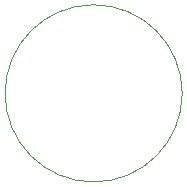
<source format=gm1>
%TF.GenerationSoftware,KiCad,Pcbnew,(5.1.0-1220-ga833aeeac)*%
%TF.CreationDate,2019-07-10T21:20:11+03:00*%
%TF.ProjectId,proto_II_sensor_kicad,70726f74-6f5f-4494-995f-73656e736f72,rev?*%
%TF.SameCoordinates,Original*%
%TF.FileFunction,Profile,NP*%
%FSLAX46Y46*%
G04 Gerber Fmt 4.6, Leading zero omitted, Abs format (unit mm)*
G04 Created by KiCad (PCBNEW (5.1.0-1220-ga833aeeac)) date 2019-07-10 21:20:11*
%MOMM*%
%LPD*%
G04 APERTURE LIST*
%ADD10C,0.100000*%
G04 APERTURE END LIST*
D10*
X138500000Y-128500000D02*
G75*
G03X138500000Y-128500000I-7500000J0D01*
G01*
M02*

</source>
